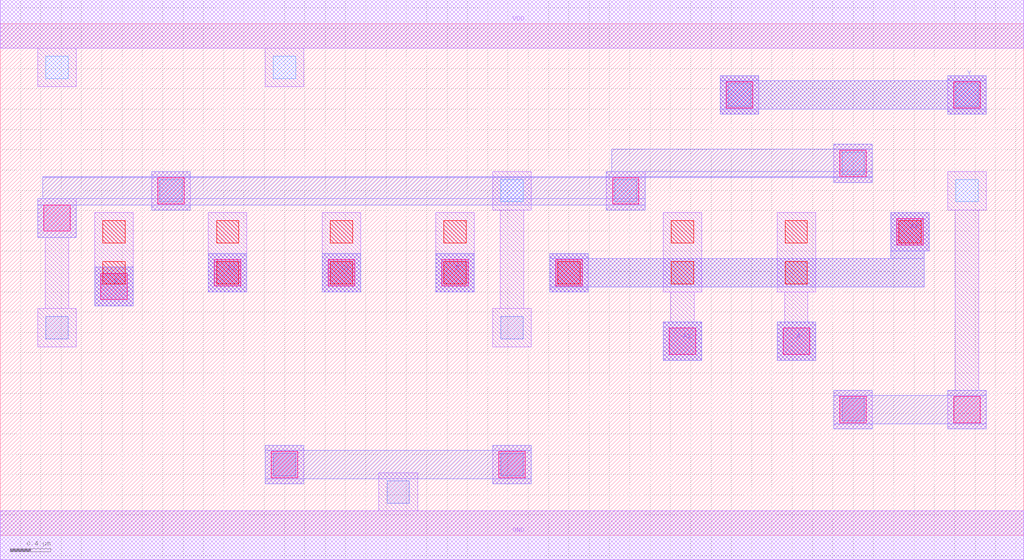
<source format=lef>
MACRO AAOOAI322
 CLASS CORE ;
 FOREIGN AAOOAI322 0 0 ;
 SIZE 10.08 BY 5.04 ;
 ORIGIN 0 0 ;
 SYMMETRY X Y R90 ;
 SITE unit ;
  PIN VDD
   DIRECTION INOUT ;
   USE POWER ;
   SHAPE ABUTMENT ;
    PORT
     CLASS CORE ;
       LAYER met1 ;
        RECT 0.00000000 4.80000000 10.08000000 5.28000000 ;
    END
  END VDD

  PIN GND
   DIRECTION INOUT ;
   USE POWER ;
   SHAPE ABUTMENT ;
    PORT
     CLASS CORE ;
       LAYER met1 ;
        RECT 0.00000000 -0.24000000 10.08000000 0.24000000 ;
    END
  END GND

  PIN Y
   DIRECTION INOUT ;
   USE SIGNAL ;
   SHAPE ABUTMENT ;
    PORT
     CLASS CORE ;
       LAYER met2 ;
        RECT 7.09000000 4.15200000 7.47000000 4.20200000 ;
        RECT 9.33000000 4.15200000 9.71000000 4.20200000 ;
        RECT 7.09000000 4.20200000 9.71000000 4.48200000 ;
        RECT 7.09000000 4.48200000 7.47000000 4.53200000 ;
        RECT 9.33000000 4.48200000 9.71000000 4.53200000 ;
    END
  END Y

  PIN C
   DIRECTION INOUT ;
   USE SIGNAL ;
   SHAPE ABUTMENT ;
    PORT
     CLASS CORE ;
       LAYER met2 ;
        RECT 4.29000000 2.39700000 4.67000000 2.77700000 ;
    END
  END C

  PIN B1
   DIRECTION INOUT ;
   USE SIGNAL ;
   SHAPE ABUTMENT ;
    PORT
     CLASS CORE ;
       LAYER met2 ;
        RECT 2.05000000 2.39700000 2.43000000 2.77700000 ;
    END
  END B1

  PIN A1
   DIRECTION INOUT ;
   USE SIGNAL ;
   SHAPE ABUTMENT ;
    PORT
     CLASS CORE ;
       LAYER met2 ;
        RECT 6.53000000 1.72200000 6.91000000 2.10200000 ;
    END
  END A1

  PIN A
   DIRECTION INOUT ;
   USE SIGNAL ;
   SHAPE ABUTMENT ;
    PORT
     CLASS CORE ;
       LAYER met2 ;
        RECT 7.65000000 1.72200000 8.03000000 2.10200000 ;
    END
  END A

  PIN C1
   DIRECTION INOUT ;
   USE SIGNAL ;
   SHAPE ABUTMENT ;
    PORT
     CLASS CORE ;
       LAYER met2 ;
        RECT 3.17000000 2.39700000 3.55000000 2.77700000 ;
    END
  END C1

  PIN B
   DIRECTION INOUT ;
   USE SIGNAL ;
   SHAPE ABUTMENT ;
    PORT
     CLASS CORE ;
       LAYER met2 ;
        RECT 0.93000000 2.26200000 1.31000000 2.64200000 ;
    END
  END B

  PIN A2
   DIRECTION INOUT ;
   USE SIGNAL ;
   SHAPE ABUTMENT ;
    PORT
     CLASS CORE ;
       LAYER met2 ;
        RECT 5.41000000 2.39700000 5.79000000 2.44700000 ;
        RECT 5.41000000 2.44700000 9.10000000 2.72700000 ;
        RECT 5.41000000 2.72700000 5.79000000 2.77700000 ;
        RECT 8.77000000 2.72700000 9.10000000 2.80200000 ;
        RECT 8.77000000 2.80200000 9.15000000 3.18200000 ;
    END
  END A2

 OBS
    LAYER polycont ;
     RECT 1.01000000 2.47700000 1.23000000 2.69700000 ;
     RECT 2.13000000 2.47700000 2.35000000 2.69700000 ;
     RECT 3.25000000 2.47700000 3.47000000 2.69700000 ;
     RECT 4.37000000 2.47700000 4.59000000 2.69700000 ;
     RECT 5.49000000 2.47700000 5.71000000 2.69700000 ;
     RECT 6.61000000 2.47700000 6.83000000 2.69700000 ;
     RECT 7.73000000 2.47700000 7.95000000 2.69700000 ;
     RECT 1.01000000 2.88200000 1.23000000 3.10200000 ;
     RECT 2.13000000 2.88200000 2.35000000 3.10200000 ;
     RECT 3.25000000 2.88200000 3.47000000 3.10200000 ;
     RECT 4.37000000 2.88200000 4.59000000 3.10200000 ;
     RECT 6.61000000 2.88200000 6.83000000 3.10200000 ;
     RECT 7.73000000 2.88200000 7.95000000 3.10200000 ;
     RECT 8.85000000 2.88200000 9.07000000 3.10200000 ;

    LAYER pdiffc ;
     RECT 1.57000000 3.28700000 1.79000000 3.50700000 ;
     RECT 4.93000000 3.28700000 5.15000000 3.50700000 ;
     RECT 6.05000000 3.28700000 6.27000000 3.50700000 ;
     RECT 9.41000000 3.28700000 9.63000000 3.50700000 ;
     RECT 8.29000000 3.55700000 8.51000000 3.77700000 ;
     RECT 7.17000000 4.23200000 7.39000000 4.45200000 ;
     RECT 9.41000000 4.23200000 9.63000000 4.45200000 ;
     RECT 0.45000000 4.50200000 0.67000000 4.72200000 ;
     RECT 2.69000000 4.50200000 2.91000000 4.72200000 ;

    LAYER ndiffc ;
     RECT 3.81000000 0.31700000 4.03000000 0.53700000 ;
     RECT 2.69000000 0.58700000 2.91000000 0.80700000 ;
     RECT 4.93000000 0.58700000 5.15000000 0.80700000 ;
     RECT 8.29000000 1.12700000 8.51000000 1.34700000 ;
     RECT 0.45000000 1.93700000 0.67000000 2.15700000 ;
     RECT 4.93000000 1.93700000 5.15000000 2.15700000 ;

    LAYER met1 ;
     RECT 0.00000000 -0.24000000 10.08000000 0.24000000 ;
     RECT 3.73000000 0.24000000 4.11000000 0.61700000 ;
     RECT 2.61000000 0.50700000 2.99000000 0.88700000 ;
     RECT 4.85000000 0.50700000 5.23000000 0.88700000 ;
     RECT 8.21000000 1.04700000 8.59000000 1.42700000 ;
     RECT 5.41000000 2.39700000 5.79000000 2.77700000 ;
     RECT 0.93000000 2.26200000 1.31000000 3.18200000 ;
     RECT 2.05000000 2.39700000 2.43000000 3.18200000 ;
     RECT 3.17000000 2.39700000 3.55000000 3.18200000 ;
     RECT 4.29000000 2.39700000 4.67000000 3.18200000 ;
     RECT 6.53000000 1.72200000 6.91000000 2.10200000 ;
     RECT 6.60500000 2.10200000 6.83500000 2.39700000 ;
     RECT 6.53000000 2.39700000 6.91000000 3.18200000 ;
     RECT 7.65000000 1.72200000 8.03000000 2.10200000 ;
     RECT 7.72500000 2.10200000 7.95500000 2.39700000 ;
     RECT 7.65000000 2.39700000 8.03000000 3.18200000 ;
     RECT 8.77000000 2.80200000 9.15000000 3.18200000 ;
     RECT 0.37000000 1.85700000 0.75000000 2.23700000 ;
     RECT 0.44500000 2.23700000 0.67500000 2.93700000 ;
     RECT 0.37000000 2.93700000 0.75000000 3.31700000 ;
     RECT 1.49000000 3.20700000 1.87000000 3.58700000 ;
     RECT 4.85000000 1.85700000 5.23000000 2.23700000 ;
     RECT 4.92500000 2.23700000 5.15500000 3.20700000 ;
     RECT 4.85000000 3.20700000 5.23000000 3.58700000 ;
     RECT 5.97000000 3.20700000 6.35000000 3.58700000 ;
     RECT 9.33000000 1.04700000 9.71000000 1.42700000 ;
     RECT 9.40500000 1.42700000 9.63500000 3.20700000 ;
     RECT 9.33000000 3.20700000 9.71000000 3.58700000 ;
     RECT 8.21000000 3.47700000 8.59000000 3.85700000 ;
     RECT 7.09000000 4.15200000 7.47000000 4.53200000 ;
     RECT 9.33000000 4.15200000 9.71000000 4.53200000 ;
     RECT 0.37000000 4.42200000 0.75000000 4.80000000 ;
     RECT 2.61000000 4.42200000 2.99000000 4.80000000 ;
     RECT 0.00000000 4.80000000 10.08000000 5.28000000 ;

    LAYER via1 ;
     RECT 2.67000000 0.56700000 2.93000000 0.82700000 ;
     RECT 4.91000000 0.56700000 5.17000000 0.82700000 ;
     RECT 8.27000000 1.10700000 8.53000000 1.36700000 ;
     RECT 9.39000000 1.10700000 9.65000000 1.36700000 ;
     RECT 6.59000000 1.78200000 6.85000000 2.04200000 ;
     RECT 7.71000000 1.78200000 7.97000000 2.04200000 ;
     RECT 0.99000000 2.32200000 1.25000000 2.58200000 ;
     RECT 2.11000000 2.45700000 2.37000000 2.71700000 ;
     RECT 3.23000000 2.45700000 3.49000000 2.71700000 ;
     RECT 4.35000000 2.45700000 4.61000000 2.71700000 ;
     RECT 5.47000000 2.45700000 5.73000000 2.71700000 ;
     RECT 8.83000000 2.86200000 9.09000000 3.12200000 ;
     RECT 0.43000000 2.99700000 0.69000000 3.25700000 ;
     RECT 1.55000000 3.26700000 1.81000000 3.52700000 ;
     RECT 6.03000000 3.26700000 6.29000000 3.52700000 ;
     RECT 8.27000000 3.53700000 8.53000000 3.79700000 ;
     RECT 7.15000000 4.21200000 7.41000000 4.47200000 ;
     RECT 9.39000000 4.21200000 9.65000000 4.47200000 ;

    LAYER met2 ;
     RECT 2.61000000 0.50700000 2.99000000 0.55700000 ;
     RECT 4.85000000 0.50700000 5.23000000 0.55700000 ;
     RECT 2.61000000 0.55700000 5.23000000 0.83700000 ;
     RECT 2.61000000 0.83700000 2.99000000 0.88700000 ;
     RECT 4.85000000 0.83700000 5.23000000 0.88700000 ;
     RECT 8.21000000 1.04700000 8.59000000 1.09700000 ;
     RECT 9.33000000 1.04700000 9.71000000 1.09700000 ;
     RECT 8.21000000 1.09700000 9.71000000 1.37700000 ;
     RECT 8.21000000 1.37700000 8.59000000 1.42700000 ;
     RECT 9.33000000 1.37700000 9.71000000 1.42700000 ;
     RECT 6.53000000 1.72200000 6.91000000 2.10200000 ;
     RECT 7.65000000 1.72200000 8.03000000 2.10200000 ;
     RECT 0.93000000 2.26200000 1.31000000 2.64200000 ;
     RECT 2.05000000 2.39700000 2.43000000 2.77700000 ;
     RECT 3.17000000 2.39700000 3.55000000 2.77700000 ;
     RECT 4.29000000 2.39700000 4.67000000 2.77700000 ;
     RECT 5.41000000 2.39700000 5.79000000 2.44700000 ;
     RECT 5.41000000 2.44700000 9.10000000 2.72700000 ;
     RECT 5.41000000 2.72700000 5.79000000 2.77700000 ;
     RECT 8.77000000 2.72700000 9.10000000 2.80200000 ;
     RECT 8.77000000 2.80200000 9.15000000 3.18200000 ;
     RECT 0.37000000 2.93700000 0.75000000 3.25700000 ;
     RECT 1.49000000 3.20700000 1.87000000 3.25700000 ;
     RECT 5.97000000 3.20700000 6.35000000 3.25700000 ;
     RECT 0.37000000 3.25700000 6.35000000 3.31700000 ;
     RECT 0.42000000 3.31700000 6.35000000 3.52700000 ;
     RECT 8.21000000 3.47700000 8.59000000 3.52700000 ;
     RECT 0.42000000 3.52700000 8.59000000 3.53700000 ;
     RECT 1.49000000 3.53700000 1.87000000 3.58700000 ;
     RECT 5.97000000 3.53700000 8.59000000 3.58700000 ;
     RECT 6.02000000 3.58700000 8.59000000 3.80700000 ;
     RECT 8.21000000 3.80700000 8.59000000 3.85700000 ;
     RECT 7.09000000 4.15200000 7.47000000 4.20200000 ;
     RECT 9.33000000 4.15200000 9.71000000 4.20200000 ;
     RECT 7.09000000 4.20200000 9.71000000 4.48200000 ;
     RECT 7.09000000 4.48200000 7.47000000 4.53200000 ;
     RECT 9.33000000 4.48200000 9.71000000 4.53200000 ;

 END
END AAOOAI322

</source>
